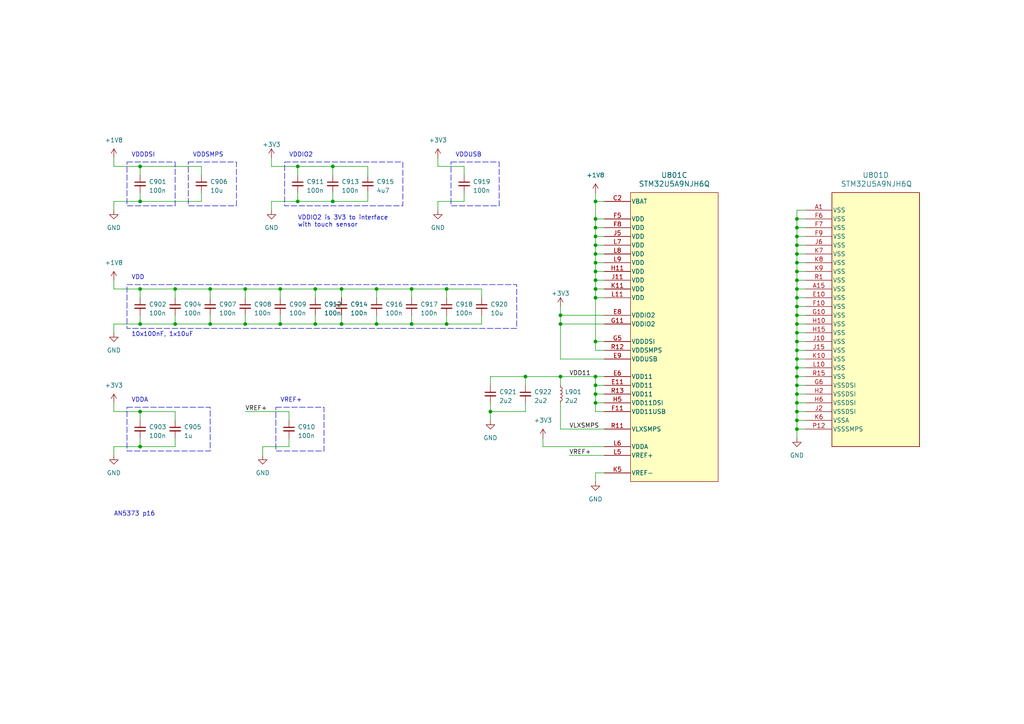
<source format=kicad_sch>
(kicad_sch (version 20230121) (generator eeschema)
  (paper "A4")
  (title_block (title "Watch Main MCU Power") (rev "2"))
  (lib_symbols
    (symbol "Device:C_Small" (pin_numbers hide) (pin_names (offset 0.254) hide)
      (property "Reference" "C" (at 0.254 1.778 0))
      (property "Value" "C_Small" (at 0.254 -2.032 0))
      (symbol "C_Small_0_1"
        (polyline (pts (xy -1.524 -0.508) (xy 1.524 -0.508)) (stroke (width 0.3302)))
        (polyline (pts (xy -1.524 0.508) (xy 1.524 0.508)) (stroke (width 0.3048)))
      )
      (symbol "C_Small_1_1"
        (pin passive line (at 0 2.54 270) (length 2.032) (name "~") (number "1"))
        (pin passive line (at 0 -2.54 90) (length 2.032) (name "~") (number "2"))
      )
    )
    (symbol "Device:L_Small" (pin_numbers hide) (pin_names (offset 0.254) hide)
      (property "Reference" "L" (at 0.762 1.016 0))
      (property "Value" "L_Small" (at 0.762 -1.016 0))
      (symbol "L_Small_0_1"
        (arc (start 0 -2.032) (mid 0.5058 -1.524) (end 0 -1.016))
        (arc (start 0 -1.016) (mid 0.5058 -0.508) (end 0 0))
        (arc (start 0 0) (mid 0.5058 0.508) (end 0 1.016))
        (arc (start 0 1.016) (mid 0.5058 1.524) (end 0 2.032))
      )
      (symbol "L_Small_1_1"
        (pin passive line (at 0 2.54 270) (length 0.508) (name "~") (number "1"))
        (pin passive line (at 0 -2.54 90) (length 0.508) (name "~") (number "2"))
      )
    )
    (symbol "STM32U5A9NJH6Q:STM32U5A9NJH6Q" (pin_names (offset 0.254))
      (property "Reference" "U" (at 0 40.64 0))
      (property "Value" "STM32U5A9NJH6Q" (at 0 38.1 0))
      (symbol "STM32U5A9NJH6Q_1_1"
        (rectangle (start -17.78 35.56) (end 17.78 -81.28) (fill (type background)))
        (pin bidirectional line (at 25.4 -63.5 180) (length 7.62) (name "PC10") (number "A10"))
        (pin bidirectional line (at 25.4 -33.02 180) (length 7.62) (name "PA15") (number "A11"))
        (pin bidirectional line (at 25.4 -30.48 180) (length 7.62) (name "PA14") (number "A12"))
        (pin bidirectional line (at 25.4 -15.24 180) (length 7.62) (name "PA8") (number "A13"))
        (pin bidirectional line (at 25.4 -58.42 180) (length 7.62) (name "PC8") (number "A14"))
        (pin bidirectional line (at -25.4 -12.7 0) (length 7.62) (name "PB7") (number "A3"))
        (pin bidirectional line (at -25.4 -10.16 0) (length 7.62) (name "PB6") (number "A4"))
        (pin bidirectional line (at -25.4 -48.26 0) (length 7.62) (name "PD4") (number "A8"))
        (pin bidirectional line (at -25.4 -45.72 0) (length 7.62) (name "PD3") (number "A9"))
        (pin bidirectional line (at 25.4 17.78 180) (length 7.62) (name "PC14-OSC32_IN") (number "B1"))
        (pin bidirectional line (at 25.4 -66.04 180) (length 7.62) (name "PC11") (number "B10"))
        (pin bidirectional line (at 25.4 -25.4 180) (length 7.62) (name "PA12") (number "B13"))
        (pin bidirectional line (at 25.4 -22.86 180) (length 7.62) (name "PA11") (number "B14"))
        (pin bidirectional line (at 25.4 -55.88 180) (length 7.62) (name "PC7") (number "B15"))
        (pin bidirectional line (at -25.4 -7.62 0) (length 7.62) (name "PB5") (number "B5"))
        (pin bidirectional line (at -25.4 -50.8 0) (length 7.62) (name "PD5") (number "B8"))
        (pin bidirectional line (at -25.4 -43.18 0) (length 7.62) (name "PD2") (number "B9"))
        (pin bidirectional line (at 25.4 15.24 180) (length 7.62) (name "PC15-OSC32_OUT") (number "C1"))
        (pin bidirectional line (at 25.4 -68.58 180) (length 7.62) (name "PC12") (number "C10"))
        (pin bidirectional line (at 25.4 -27.94 180) (length 7.62) (name "PA13") (number "C13"))
        (pin bidirectional line (at 25.4 -60.96 180) (length 7.62) (name "PC9") (number "C14"))
        (pin bidirectional line (at 25.4 -53.34 180) (length 7.62) (name "PC6") (number "C15"))
        (pin bidirectional line (at -25.4 -17.78 0) (length 7.62) (name "PB9") (number "C5"))
        (pin bidirectional line (at -25.4 -15.24 0) (length 7.62) (name "PB8") (number "C6"))
        (pin bidirectional line (at -25.4 -53.34 0) (length 7.62) (name "PD6") (number "C8"))
        (pin bidirectional line (at -25.4 -40.64 0) (length 7.62) (name "PD1") (number "C9"))
        (pin bidirectional line (at 25.4 -20.32 180) (length 7.62) (name "PA10") (number "D12"))
        (pin bidirectional line (at -25.4 -5.08 0) (length 7.62) (name "PB4") (number "D6"))
        (pin bidirectional line (at -25.4 -55.88 0) (length 7.62) (name "PD7") (number "D8"))
        (pin bidirectional line (at -25.4 -38.1 0) (length 7.62) (name "PD0") (number "D9"))
        (pin bidirectional line (at 25.4 -17.78 180) (length 7.62) (name "PA9") (number "E12"))
        (pin bidirectional line (at -25.4 -2.54 0) (length 7.62) (name "PB3") (number "E7"))
        (pin bidirectional line (at 25.4 -71.12 180) (length 7.62) (name "PC13") (number "F4"))
        (pin bidirectional line (at -25.4 17.78 0) (length 7.62) (name "DSI_D0P") (number "G1"))
        (pin bidirectional line (at -25.4 15.24 0) (length 7.62) (name "DSI_D0N") (number "G2"))
        (pin bidirectional line (at -25.4 22.86 0) (length 7.62) (name "DSI_CKP") (number "H1"))
        (pin bidirectional line (at -25.4 20.32 0) (length 7.62) (name "DSI_CKN") (number "J1"))
        (pin bidirectional line (at -25.4 10.16 0) (length 7.62) (name "DSI_D1N") (number "K1"))
        (pin bidirectional line (at -25.4 -76.2 0) (length 7.62) (name "PD15") (number "K12"))
        (pin bidirectional line (at -25.4 12.7 0) (length 7.62) (name "DSI_D1P") (number "K2"))
        (pin bidirectional line (at -25.4 -66.04 0) (length 7.62) (name "PD11") (number "L12"))
        (pin bidirectional line (at 25.4 -40.64 180) (length 7.62) (name "PC1") (number "M1"))
        (pin bidirectional line (at -25.4 -22.86 0) (length 7.62) (name "PB11") (number "M10"))
        (pin bidirectional line (at -25.4 -25.4 0) (length 7.62) (name "PB12") (number "M11"))
        (pin bidirectional line (at -25.4 -27.94 0) (length 7.62) (name "PB13") (number "M12"))
        (pin bidirectional line (at -25.4 -68.58 0) (length 7.62) (name "PD12") (number "M13"))
        (pin bidirectional line (at 25.4 0 180) (length 7.62) (name "PA2") (number "M4"))
        (pin bidirectional line (at 25.4 -5.08 180) (length 7.62) (name "PA4") (number "M5"))
        (pin bidirectional line (at -25.4 2.54 0) (length 7.62) (name "PB1") (number "M6"))
        (pin bidirectional line (at 25.4 30.48 180) (length 7.62) (name "PH0-OSC_IN") (number "N1"))
        (pin bidirectional line (at -25.4 -20.32 0) (length 7.62) (name "PB10") (number "N12"))
        (pin bidirectional line (at -25.4 -58.42 0) (length 7.62) (name "PD8") (number "N13"))
        (pin bidirectional line (at -25.4 -71.12 0) (length 7.62) (name "PD13") (number "N14"))
        (pin bidirectional line (at -25.4 -73.66 0) (length 7.62) (name "PD14") (number "N15"))
        (pin bidirectional line (at 25.4 27.94 180) (length 7.62) (name "PH1-OSC_OUT") (number "N2"))
        (pin bidirectional line (at 25.4 -45.72 180) (length 7.62) (name "PC3") (number "N3"))
        (pin bidirectional line (at 25.4 5.08 180) (length 7.62) (name "PA0") (number "N4"))
        (pin input line (at -25.4 27.94 0) (length 7.62) (name "OPAMP2_VINM") (number "N5"))
        (pin bidirectional line (at -25.4 5.08 0) (length 7.62) (name "PB0") (number "N6"))
        (pin bidirectional line (at 25.4 -43.18 180) (length 7.62) (name "PC2") (number "P1"))
        (pin bidirectional line (at -25.4 -30.48 0) (length 7.62) (name "PB14") (number "P13"))
        (pin bidirectional line (at -25.4 -63.5 0) (length 7.62) (name "PD10") (number "P14"))
        (pin bidirectional line (at -25.4 -60.96 0) (length 7.62) (name "PD9") (number "P15"))
        (pin bidirectional line (at 25.4 -38.1 180) (length 7.62) (name "PC0") (number "P2"))
        (pin bidirectional line (at 25.4 2.54 180) (length 7.62) (name "PA1") (number "P3"))
        (pin bidirectional line (at 25.4 -2.54 180) (length 7.62) (name "PA3") (number "P4"))
        (pin bidirectional line (at 25.4 -10.16 180) (length 7.62) (name "PA6") (number "P5"))
        (pin bidirectional line (at 25.4 -50.8 180) (length 7.62) (name "PC5") (number "P6"))
        (pin bidirectional line (at -25.4 -33.02 0) (length 7.62) (name "PB15") (number "R14"))
        (pin bidirectional line (at 25.4 -76.2 180) (length 7.62) (name "NRST") (number "R2"))
        (pin input line (at -25.4 30.48 0) (length 7.62) (name "OPAMP1_VINM") (number "R3"))
        (pin bidirectional line (at 25.4 -7.62 180) (length 7.62) (name "PA5") (number "R4"))
        (pin bidirectional line (at 25.4 -12.7 180) (length 7.62) (name "PA7") (number "R5"))
        (pin bidirectional line (at 25.4 -48.26 180) (length 7.62) (name "PC4") (number "R6"))
        (pin bidirectional line (at -25.4 0 0) (length 7.62) (name "PB2") (number "R7"))
      )
      (symbol "STM32U5A9NJH6Q_2_1"
        (rectangle (start -17.78 35.56) (end 17.78 -99.06) (fill (type background)))
        (polyline (pts (xy -17.78 -99.06) (xy 17.78 -99.06)) (stroke (width 0.127)))
        (polyline (pts (xy -17.78 35.56) (xy -17.78 -99.06)) (stroke (width 0.127)))
        (polyline (pts (xy 17.78 -99.06) (xy 17.78 35.56)) (stroke (width 0.127)))
        (polyline (pts (xy 17.78 35.56) (xy -17.78 35.56)) (stroke (width 0.127)))
        (pin bidirectional line (at 25.4 30.48 180) (length 7.62) (name "PE0") (number "A2"))
        (pin bidirectional line (at 25.4 -50.8 180) (length 7.62) (name "PG15") (number "A5"))
        (pin bidirectional line (at 25.4 -43.18 180) (length 7.62) (name "PG12") (number "A6"))
        (pin bidirectional line (at 25.4 -35.56 180) (length 7.62) (name "PG9") (number "A7"))
        (pin bidirectional line (at -25.4 -30.48 0) (length 7.62) (name "PH7") (number "B11"))
        (pin bidirectional line (at -25.4 -25.4 0) (length 7.62) (name "PH5") (number "B12"))
        (pin bidirectional line (at 25.4 20.32 180) (length 7.62) (name "PE4") (number "B2"))
        (pin bidirectional line (at 25.4 27.94 180) (length 7.62) (name "PE1") (number "B3"))
        (pin bidirectional line (at -25.4 -20.32 0) (length 7.62) (name "PH3-BOOT0") (number "B4"))
        (pin bidirectional line (at 25.4 -45.72 180) (length 7.62) (name "PG13") (number "B6"))
        (pin bidirectional line (at 25.4 -38.1 180) (length 7.62) (name "PG10") (number "B7"))
        (pin bidirectional line (at -25.4 -27.94 0) (length 7.62) (name "PH6") (number "C11"))
        (pin bidirectional line (at -25.4 -22.86 0) (length 7.62) (name "PH4") (number "C12"))
        (pin bidirectional line (at 25.4 22.86 180) (length 7.62) (name "PE3") (number "C3"))
        (pin bidirectional line (at 25.4 -68.58 180) (length 7.62) (name "PI5") (number "C4"))
        (pin bidirectional line (at 25.4 -40.64 180) (length 7.62) (name "PG11") (number "C7"))
        (pin bidirectional line (at -25.4 -63.5 0) (length 7.62) (name "PJ3") (number "D1"))
        (pin bidirectional line (at -25.4 -33.02 0) (length 7.62) (name "PH8") (number "D10"))
        (pin bidirectional line (at -25.4 -17.78 0) (length 7.62) (name "PH2") (number "D11"))
        (pin bidirectional line (at 25.4 -30.48 180) (length 7.62) (name "PG7") (number "D13"))
        (pin bidirectional line (at 25.4 -27.94 180) (length 7.62) (name "PG6") (number "D14"))
        (pin bidirectional line (at 25.4 -20.32 180) (length 7.62) (name "PG3") (number "D15"))
        (pin bidirectional line (at -25.4 -60.96 0) (length 7.62) (name "PJ2") (number "D2"))
        (pin bidirectional line (at 25.4 17.78 180) (length 7.62) (name "PE5") (number "D3"))
        (pin bidirectional line (at 25.4 -73.66 180) (length 7.62) (name "PI7") (number "D4"))
        (pin bidirectional line (at 25.4 -71.12 180) (length 7.62) (name "PI6") (number "D5"))
        (pin bidirectional line (at 25.4 -48.26 180) (length 7.62) (name "PG14") (number "D7"))
        (pin bidirectional line (at -25.4 -73.66 0) (length 7.62) (name "PJ7") (number "E1"))
        (pin bidirectional line (at 25.4 -33.02 180) (length 7.62) (name "PG8") (number "E13"))
        (pin bidirectional line (at 25.4 -25.4 180) (length 7.62) (name "PG5") (number "E14"))
        (pin bidirectional line (at -25.4 -55.88 0) (length 7.62) (name "PJ0") (number "E15"))
        (pin bidirectional line (at -25.4 -71.12 0) (length 7.62) (name "PJ6") (number "E2"))
        (pin bidirectional line (at -25.4 -66.04 0) (length 7.62) (name "PJ4") (number "E3"))
        (pin bidirectional line (at 25.4 15.24 180) (length 7.62) (name "PE6") (number "E4"))
        (pin bidirectional line (at 25.4 25.4 180) (length 7.62) (name "PE2") (number "E5"))
        (pin bidirectional line (at -25.4 -81.28 0) (length 7.62) (name "PJ10") (number "F1"))
        (pin bidirectional line (at 25.4 -22.86 180) (length 7.62) (name "PG4") (number "F12"))
        (pin bidirectional line (at 25.4 -93.98 180) (length 7.62) (name "PI15") (number "F13"))
        (pin bidirectional line (at 25.4 -91.44 180) (length 7.62) (name "PI14") (number "F14"))
        (pin bidirectional line (at 25.4 -88.9 180) (length 7.62) (name "PI13") (number "F15"))
        (pin bidirectional line (at -25.4 -76.2 0) (length 7.62) (name "PJ8") (number "F2"))
        (pin bidirectional line (at -25.4 -68.58 0) (length 7.62) (name "PJ5") (number "F3"))
        (pin bidirectional line (at 25.4 -17.78 180) (length 7.62) (name "PG2") (number "G12"))
        (pin bidirectional line (at 25.4 -86.36 180) (length 7.62) (name "PI12") (number "G13"))
        (pin bidirectional line (at 25.4 -83.82 180) (length 7.62) (name "PI11") (number "G14"))
        (pin bidirectional line (at 25.4 -81.28 180) (length 7.62) (name "PI10") (number "G15"))
        (pin bidirectional line (at -25.4 -83.82 0) (length 7.62) (name "PJ11") (number "G3"))
        (pin bidirectional line (at -25.4 -58.42 0) (length 7.62) (name "PJ1") (number "G4"))
        (pin bidirectional line (at 25.4 -78.74 180) (length 7.62) (name "PI9") (number "H12"))
        (pin bidirectional line (at 25.4 -76.2 180) (length 7.62) (name "PI8") (number "H13"))
        (pin bidirectional line (at 25.4 -66.04 180) (length 7.62) (name "PI4") (number "H14"))
        (pin bidirectional line (at -25.4 30.48 0) (length 7.62) (name "PF0") (number "H3"))
        (pin bidirectional line (at -25.4 -78.74 0) (length 7.62) (name "PJ9") (number "H4"))
        (pin bidirectional line (at 25.4 -58.42 180) (length 7.62) (name "PI1") (number "J12"))
        (pin bidirectional line (at 25.4 -60.96 180) (length 7.62) (name "PI2") (number "J13"))
        (pin bidirectional line (at 25.4 -63.5 180) (length 7.62) (name "PI3") (number "J14"))
        (pin bidirectional line (at -25.4 25.4 0) (length 7.62) (name "PF2") (number "J3"))
        (pin bidirectional line (at -25.4 27.94 0) (length 7.62) (name "PF1") (number "J4"))
        (pin bidirectional line (at -25.4 -48.26 0) (length 7.62) (name "PH14") (number "K13"))
        (pin bidirectional line (at -25.4 -50.8 0) (length 7.62) (name "PH15") (number "K14"))
        (pin bidirectional line (at 25.4 -55.88 180) (length 7.62) (name "PI0") (number "K15"))
        (pin bidirectional line (at -25.4 20.32 0) (length 7.62) (name "PF4") (number "K3"))
        (pin bidirectional line (at -25.4 22.86 0) (length 7.62) (name "PF3") (number "K4"))
        (pin bidirectional line (at -25.4 5.08 0) (length 7.62) (name "PF10") (number "L1"))
        (pin bidirectional line (at -25.4 -38.1 0) (length 7.62) (name "PH10") (number "L13"))
        (pin bidirectional line (at -25.4 -40.64 0) (length 7.62) (name "PH11") (number "L14"))
        (pin bidirectional line (at -25.4 -45.72 0) (length 7.62) (name "PH13") (number "L15"))
        (pin bidirectional line (at -25.4 17.78 0) (length 7.62) (name "PF5") (number "L2"))
        (pin bidirectional line (at -25.4 12.7 0) (length 7.62) (name "PF7") (number "L3"))
        (pin bidirectional line (at -25.4 7.62 0) (length 7.62) (name "PF9") (number "L4"))
        (pin bidirectional line (at -25.4 -35.56 0) (length 7.62) (name "PH9") (number "M14"))
        (pin bidirectional line (at -25.4 -43.18 0) (length 7.62) (name "PH12") (number "M15"))
        (pin bidirectional line (at -25.4 15.24 0) (length 7.62) (name "PF6") (number "M2"))
        (pin bidirectional line (at -25.4 10.16 0) (length 7.62) (name "PF8") (number "M3"))
        (pin bidirectional line (at -25.4 -2.54 0) (length 7.62) (name "PF13") (number "M7"))
        (pin bidirectional line (at 25.4 10.16 180) (length 7.62) (name "PE8") (number "M8"))
        (pin bidirectional line (at 25.4 -2.54 180) (length 7.62) (name "PE13") (number "M9"))
        (pin bidirectional line (at 25.4 -7.62 180) (length 7.62) (name "PE15") (number "N10"))
        (pin bidirectional line (at 25.4 0 180) (length 7.62) (name "PE12") (number "N11"))
        (pin bidirectional line (at -25.4 0 0) (length 7.62) (name "PF12") (number "N7"))
        (pin bidirectional line (at 25.4 -15.24 180) (length 7.62) (name "PG1") (number "N8"))
        (pin bidirectional line (at 25.4 12.7 180) (length 7.62) (name "PE7") (number "N9"))
        (pin bidirectional line (at 25.4 5.08 180) (length 7.62) (name "PE10") (number "P10"))
        (pin bidirectional line (at 25.4 2.54 180) (length 7.62) (name "PE11") (number "P11"))
        (pin bidirectional line (at -25.4 2.54 0) (length 7.62) (name "PF11") (number "P7"))
        (pin bidirectional line (at -25.4 -7.62 0) (length 7.62) (name "PF15") (number "P8"))
        (pin bidirectional line (at 25.4 7.62 180) (length 7.62) (name "PE9") (number "P9"))
        (pin bidirectional line (at 25.4 -5.08 180) (length 7.62) (name "PE14") (number "R10"))
        (pin bidirectional line (at -25.4 -5.08 0) (length 7.62) (name "PF14") (number "R8"))
        (pin bidirectional line (at 25.4 -12.7 180) (length 7.62) (name "PG0") (number "R9"))
      )
      (symbol "STM32U5A9NJH6Q_3_1"
        (rectangle (start -12.7 35.56) (end 12.7 -48.26) (fill (type background)))
        (pin power_in line (at -20.32 33.02 0) (length 7.62) (name "VBAT") (number "C2"))
        (pin power_in line (at -20.32 -20.32 0) (length 7.62) (name "VDD11") (number "E11"))
        (pin power_in line (at -20.32 -17.78 0) (length 7.62) (name "VDD11") (number "E6"))
        (pin power_in line (at -20.32 0 0) (length 7.62) (name "VDDIO2") (number "E8"))
        (pin power_in line (at -20.32 -12.7 0) (length 7.62) (name "VDDUSB") (number "E9"))
        (pin power_in line (at -20.32 -27.94 0) (length 7.62) (name "VDD11USB") (number "F11"))
        (pin power_in line (at -20.32 27.94 0) (length 7.62) (name "VDD") (number "F5"))
        (pin power_in line (at -20.32 25.4 0) (length 7.62) (name "VDD") (number "F8"))
        (pin power_in line (at -20.32 -2.54 0) (length 7.62) (name "VDDIO2") (number "G11"))
        (pin power_in line (at -20.32 -7.62 0) (length 7.62) (name "VDDDSI") (number "G5"))
        (pin power_in line (at -20.32 12.7 0) (length 7.62) (name "VDD") (number "H11"))
        (pin power_in line (at -20.32 -25.4 0) (length 7.62) (name "VDD11DSI") (number "H5"))
        (pin power_in line (at -20.32 10.16 0) (length 7.62) (name "VDD") (number "J11"))
        (pin power_in line (at -20.32 22.86 0) (length 7.62) (name "VDD") (number "J5"))
        (pin power_in line (at -20.32 7.62 0) (length 7.62) (name "VDD") (number "K11"))
        (pin power_in line (at -20.32 -45.72 0) (length 7.62) (name "VREF-") (number "K5"))
        (pin power_in line (at -20.32 5.08 0) (length 7.62) (name "VDD") (number "L11"))
        (pin power_in line (at -20.32 -40.64 0) (length 7.62) (name "VREF+") (number "L5"))
        (pin power_in line (at -20.32 -38.1 0) (length 7.62) (name "VDDA") (number "L6"))
        (pin power_in line (at -20.32 20.32 0) (length 7.62) (name "VDD") (number "L7"))
        (pin power_in line (at -20.32 17.78 0) (length 7.62) (name "VDD") (number "L8"))
        (pin power_in line (at -20.32 15.24 0) (length 7.62) (name "VDD") (number "L9"))
        (pin power_in line (at -20.32 -33.02 0) (length 7.62) (name "VLXSMPS") (number "R11"))
        (pin power_in line (at -20.32 -10.16 0) (length 7.62) (name "VDDSMPS") (number "R12"))
        (pin power_in line (at -20.32 -22.86 0) (length 7.62) (name "VDD11") (number "R13"))
      )
      (symbol "STM32U5A9NJH6Q_4_1"
        (rectangle (start -12.7 35.56) (end 12.7 -38.1) (fill (type background)))
        (polyline (pts (xy -12.7 -38.1) (xy 12.7 -38.1)) (stroke (width 0.127)))
        (polyline (pts (xy -12.7 35.56) (xy -12.7 -38.1)) (stroke (width 0.127)))
        (polyline (pts (xy 12.7 -38.1) (xy 12.7 35.56)) (stroke (width 0.127)))
        (polyline (pts (xy 12.7 35.56) (xy -12.7 35.56)) (stroke (width 0.127)))
        (pin power_in line (at -20.32 30.48 0) (length 7.62) (name "VSS") (number "A1"))
        (pin power_in line (at -20.32 7.62 0) (length 7.62) (name "VSS") (number "A15"))
        (pin power_in line (at -20.32 5.08 0) (length 7.62) (name "VSS") (number "E10"))
        (pin power_in line (at -20.32 2.54 0) (length 7.62) (name "VSS") (number "F10"))
        (pin power_in line (at -20.32 27.94 0) (length 7.62) (name "VSS") (number "F6"))
        (pin power_in line (at -20.32 25.4 0) (length 7.62) (name "VSS") (number "F7"))
        (pin power_in line (at -20.32 22.86 0) (length 7.62) (name "VSS") (number "F9"))
        (pin power_in line (at -20.32 0 0) (length 7.62) (name "VSS") (number "G10"))
        (pin power_in line (at -20.32 -20.32 0) (length 7.62) (name "VSSDSI") (number "G6"))
        (pin power_in line (at -20.32 -2.54 0) (length 7.62) (name "VSS") (number "H10"))
        (pin power_in line (at -20.32 -5.08 0) (length 7.62) (name "VSS") (number "H15"))
        (pin power_in line (at -20.32 -22.86 0) (length 7.62) (name "VSSDSI") (number "H2"))
        (pin power_in line (at -20.32 -25.4 0) (length 7.62) (name "VSSDSI") (number "H6"))
        (pin power_in line (at -20.32 -7.62 0) (length 7.62) (name "VSS") (number "J10"))
        (pin power_in line (at -20.32 -10.16 0) (length 7.62) (name "VSS") (number "J15"))
        (pin power_in line (at -20.32 -27.94 0) (length 7.62) (name "VSSDSI") (number "J2"))
        (pin power_in line (at -20.32 20.32 0) (length 7.62) (name "VSS") (number "J6"))
        (pin power_in line (at -20.32 -12.7 0) (length 7.62) (name "VSS") (number "K10"))
        (pin power_in line (at -20.32 -30.48 0) (length 7.62) (name "VSSA") (number "K6"))
        (pin power_in line (at -20.32 17.78 0) (length 7.62) (name "VSS") (number "K7"))
        (pin power_in line (at -20.32 15.24 0) (length 7.62) (name "VSS") (number "K8"))
        (pin power_in line (at -20.32 12.7 0) (length 7.62) (name "VSS") (number "K9"))
        (pin power_in line (at -20.32 -15.24 0) (length 7.62) (name "VSS") (number "L10"))
        (pin power_in line (at -20.32 -33.02 0) (length 7.62) (name "VSSSMPS") (number "P12"))
        (pin power_in line (at -20.32 10.16 0) (length 7.62) (name "VSS") (number "R1"))
        (pin power_in line (at -20.32 -17.78 0) (length 7.62) (name "VSS") (number "R15"))
      )
    )
    (symbol "power:+1V8" (power) (pin_names (offset 0))
      (property "Value" "+1V8" (at 0 3.556 0))
      (symbol "+1V8_0_1"
        (polyline (pts (xy -0.762 1.27) (xy 0 2.54)))
        (polyline (pts (xy 0 0) (xy 0 2.54)))
        (polyline (pts (xy 0 2.54) (xy 0.762 1.27)))
      )
      (symbol "+1V8_1_1"
        (pin power_in line (at 0 0 90) (length 0) hide (name "+1V8") (number "1"))
      )
    )
    (symbol "power:+3V3" (power) (pin_names (offset 0))
      (property "Value" "+3V3" (at 0 3.556 0))
      (symbol "+3V3_0_1"
        (polyline (pts (xy -0.762 1.27) (xy 0 2.54)))
        (polyline (pts (xy 0 0) (xy 0 2.54)))
        (polyline (pts (xy 0 2.54) (xy 0.762 1.27)))
      )
      (symbol "+3V3_1_1"
        (pin power_in line (at 0 0 90) (length 0) hide (name "+3V3") (number "1"))
      )
    )
    (symbol "power:GND" (power) (pin_names (offset 0))
      (property "Value" "GND" (at 0 -3.81 0))
      (symbol "GND_0_1"
        (polyline (pts (xy 0 0) (xy 0 -1.27) (xy 1.27 -1.27) (xy 0 -2.54) (xy -1.27 -1.27) (xy 0 -1.27)))
      )
      (symbol "GND_1_1"
        (pin power_in line (at 0 0 270) (length 0) hide (name "GND") (number "1"))
      )
    )
  )
  (junction (at 231.14 99.06))
  (junction (at 172.72 116.84))
  (junction (at 172.72 81.28))
  (junction (at 162.56 93.98))
  (junction (at 231.14 106.68))
  (junction (at 231.14 83.82))
  (junction (at 50.8 93.98))
  (junction (at 231.14 78.74))
  (junction (at 91.44 93.98))
  (junction (at 172.72 58.42))
  (junction (at 231.14 68.58))
  (junction (at 81.28 83.82))
  (junction (at 109.22 93.98))
  (junction (at 172.72 111.76))
  (junction (at 172.72 99.06))
  (junction (at 231.14 104.14))
  (junction (at 231.14 81.28))
  (junction (at 162.56 109.22))
  (junction (at 60.96 83.82))
  (junction (at 86.36 58.42))
  (junction (at 60.96 93.98))
  (junction (at 231.14 93.98))
  (junction (at 172.72 86.36))
  (junction (at 91.44 83.82))
  (junction (at 40.64 119.38))
  (junction (at 231.14 88.9))
  (junction (at 231.14 121.92))
  (junction (at 172.72 114.3))
  (junction (at 40.64 129.54))
  (junction (at 231.14 96.52))
  (junction (at 231.14 116.84))
  (junction (at 231.14 101.6))
  (junction (at 172.72 68.58))
  (junction (at 172.72 73.66))
  (junction (at 152.4 109.22))
  (junction (at 96.52 58.42))
  (junction (at 162.56 91.44))
  (junction (at 172.72 109.22))
  (junction (at 142.24 119.38))
  (junction (at 119.38 83.82))
  (junction (at 81.28 93.98))
  (junction (at 231.14 114.3))
  (junction (at 231.14 86.36))
  (junction (at 231.14 91.44))
  (junction (at 71.12 93.98))
  (junction (at 129.54 93.98))
  (junction (at 231.14 111.76))
  (junction (at 172.72 71.12))
  (junction (at 119.38 93.98))
  (junction (at 40.64 58.42))
  (junction (at 172.72 63.5))
  (junction (at 109.22 83.82))
  (junction (at 172.72 78.74))
  (junction (at 231.14 119.38))
  (junction (at 71.12 83.82))
  (junction (at 129.54 83.82))
  (junction (at 96.52 48.26))
  (junction (at 99.06 83.82))
  (junction (at 231.14 66.04))
  (junction (at 231.14 76.2))
  (junction (at 50.8 83.82))
  (junction (at 231.14 71.12))
  (junction (at 99.06 93.98))
  (junction (at 172.72 83.82))
  (junction (at 231.14 63.5))
  (junction (at 172.72 76.2))
  (junction (at 40.64 83.82))
  (junction (at 40.64 93.98))
  (junction (at 231.14 73.66))
  (junction (at 172.72 66.04))
  (junction (at 40.64 48.26))
  (junction (at 231.14 124.46))
  (junction (at 86.36 48.26))
  (junction (at 231.14 109.22))
  (wire (pts (xy 157.48 129.54) (xy 175.26 129.54)))
  (wire (pts (xy 172.72 76.2) (xy 175.26 76.2)))
  (wire (pts (xy 162.56 91.44) (xy 175.26 91.44)))
  (wire (pts (xy 40.64 83.82) (xy 50.8 83.82)))
  (wire (pts (xy 50.8 83.82) (xy 60.96 83.82)))
  (wire (pts (xy 58.42 58.42) (xy 40.64 58.42)))
  (wire (pts (xy 231.14 114.3) (xy 233.68 114.3)))
  (wire (pts (xy 139.7 93.98) (xy 139.7 91.44)))
  (wire (pts (xy 172.72 114.3) (xy 175.26 114.3)))
  (wire (pts (xy 78.74 60.96) (xy 78.74 58.42)))
  (wire (pts (xy 165.1 132.08) (xy 175.26 132.08)))
  (wire (pts (xy 162.56 93.98) (xy 162.56 91.44)))
  (wire (pts (xy 71.12 83.82) (xy 71.12 86.36)))
  (wire (pts (xy 142.24 116.84) (xy 142.24 119.38)))
  (wire (pts (xy 33.02 58.42) (xy 40.64 58.42)))
  (wire (pts (xy 172.72 137.16) (xy 175.26 137.16)))
  (wire (pts (xy 231.14 71.12) (xy 231.14 68.58)))
  (wire (pts (xy 86.36 55.88) (xy 86.36 58.42)))
  (wire (pts (xy 81.28 93.98) (xy 91.44 93.98)))
  (wire (pts (xy 33.02 96.52) (xy 33.02 93.98)))
  (wire (pts (xy 231.14 96.52) (xy 231.14 93.98)))
  (wire (pts (xy 231.14 124.46) (xy 233.68 124.46)))
  (wire (pts (xy 33.02 83.82) (xy 40.64 83.82)))
  (wire (pts (xy 129.54 83.82) (xy 129.54 86.36)))
  (wire (pts (xy 33.02 45.72) (xy 33.02 48.26)))
  (wire (pts (xy 78.74 45.72) (xy 78.74 48.26)))
  (wire (pts (xy 50.8 127) (xy 50.8 129.54)))
  (wire (pts (xy 162.56 116.84) (xy 162.56 124.46)))
  (wire (pts (xy 40.64 129.54) (xy 40.64 127)))
  (wire (pts (xy 172.72 73.66) (xy 175.26 73.66)))
  (wire (pts (xy 50.8 93.98) (xy 60.96 93.98)))
  (wire (pts (xy 231.14 73.66) (xy 231.14 71.12)))
  (wire (pts (xy 231.14 101.6) (xy 233.68 101.6)))
  (wire (pts (xy 109.22 93.98) (xy 119.38 93.98)))
  (wire (pts (xy 152.4 116.84) (xy 152.4 119.38)))
  (wire (pts (xy 33.02 83.82) (xy 33.02 81.28)))
  (wire (pts (xy 78.74 58.42) (xy 86.36 58.42)))
  (wire (pts (xy 83.82 127) (xy 83.82 129.54)))
  (wire (pts (xy 50.8 119.38) (xy 50.8 121.92)))
  (wire (pts (xy 50.8 83.82) (xy 50.8 86.36)))
  (wire (pts (xy 33.02 93.98) (xy 40.64 93.98)))
  (wire (pts (xy 231.14 116.84) (xy 231.14 114.3)))
  (wire (pts (xy 231.14 111.76) (xy 233.68 111.76)))
  (wire (pts (xy 60.96 83.82) (xy 60.96 86.36)))
  (wire (pts (xy 172.72 99.06) (xy 175.26 99.06)))
  (wire (pts (xy 162.56 111.76) (xy 162.56 109.22)))
  (wire (pts (xy 231.14 91.44) (xy 231.14 88.9)))
  (wire (pts (xy 40.64 58.42) (xy 40.64 55.88)))
  (wire (pts (xy 231.14 63.5) (xy 233.68 63.5)))
  (wire (pts (xy 231.14 104.14) (xy 231.14 101.6)))
  (wire (pts (xy 172.72 114.3) (xy 172.72 116.84)))
  (wire (pts (xy 231.14 66.04) (xy 233.68 66.04)))
  (wire (pts (xy 134.62 50.8) (xy 134.62 48.26)))
  (wire (pts (xy 142.24 119.38) (xy 142.24 121.92)))
  (wire (pts (xy 231.14 99.06) (xy 233.68 99.06)))
  (wire (pts (xy 162.56 124.46) (xy 175.26 124.46)))
  (wire (pts (xy 172.72 68.58) (xy 172.72 71.12)))
  (wire (pts (xy 231.14 119.38) (xy 233.68 119.38)))
  (wire (pts (xy 231.14 88.9) (xy 233.68 88.9)))
  (wire (pts (xy 106.68 50.8) (xy 106.68 48.26)))
  (wire (pts (xy 231.14 76.2) (xy 231.14 73.66)))
  (wire (pts (xy 127 45.72) (xy 127 48.26)))
  (wire (pts (xy 231.14 78.74) (xy 231.14 76.2)))
  (wire (pts (xy 60.96 93.98) (xy 60.96 91.44)))
  (wire (pts (xy 172.72 71.12) (xy 175.26 71.12)))
  (wire (pts (xy 40.64 119.38) (xy 40.64 121.92)))
  (wire (pts (xy 231.14 104.14) (xy 233.68 104.14)))
  (wire (pts (xy 127 58.42) (xy 134.62 58.42)))
  (wire (pts (xy 81.28 93.98) (xy 81.28 91.44)))
  (wire (pts (xy 172.72 111.76) (xy 172.72 114.3)))
  (wire (pts (xy 172.72 116.84) (xy 172.72 119.38)))
  (wire (pts (xy 172.72 76.2) (xy 172.72 78.74)))
  (wire (pts (xy 172.72 116.84) (xy 175.26 116.84)))
  (wire (pts (xy 231.14 106.68) (xy 233.68 106.68)))
  (wire (pts (xy 99.06 93.98) (xy 99.06 91.44)))
  (wire (pts (xy 172.72 101.6) (xy 175.26 101.6)))
  (wire (pts (xy 99.06 83.82) (xy 109.22 83.82)))
  (wire (pts (xy 172.72 73.66) (xy 172.72 76.2)))
  (wire (pts (xy 231.14 81.28) (xy 231.14 78.74)))
  (wire (pts (xy 231.14 81.28) (xy 233.68 81.28)))
  (wire (pts (xy 231.14 86.36) (xy 233.68 86.36)))
  (wire (pts (xy 172.72 83.82) (xy 175.26 83.82)))
  (wire (pts (xy 172.72 63.5) (xy 175.26 63.5)))
  (wire (pts (xy 119.38 93.98) (xy 119.38 91.44)))
  (wire (pts (xy 172.72 58.42) (xy 172.72 63.5)))
  (wire (pts (xy 127 60.96) (xy 127 58.42)))
  (wire (pts (xy 157.48 127) (xy 157.48 129.54)))
  (wire (pts (xy 33.02 48.26) (xy 40.64 48.26)))
  (wire (pts (xy 152.4 109.22) (xy 162.56 109.22)))
  (wire (pts (xy 162.56 104.14) (xy 175.26 104.14)))
  (wire (pts (xy 106.68 58.42) (xy 96.52 58.42)))
  (wire (pts (xy 33.02 132.08) (xy 33.02 129.54)))
  (wire (pts (xy 231.14 99.06) (xy 231.14 96.52)))
  (wire (pts (xy 172.72 86.36) (xy 175.26 86.36)))
  (wire (pts (xy 40.64 119.38) (xy 50.8 119.38)))
  (wire (pts (xy 162.56 93.98) (xy 175.26 93.98)))
  (wire (pts (xy 231.14 111.76) (xy 231.14 109.22)))
  (wire (pts (xy 86.36 48.26) (xy 86.36 50.8)))
  (wire (pts (xy 175.26 109.22) (xy 172.72 109.22)))
  (wire (pts (xy 33.02 119.38) (xy 40.64 119.38)))
  (wire (pts (xy 231.14 101.6) (xy 231.14 99.06)))
  (wire (pts (xy 96.52 55.88) (xy 96.52 58.42)))
  (wire (pts (xy 172.72 55.88) (xy 172.72 58.42)))
  (wire (pts (xy 231.14 66.04) (xy 231.14 63.5)))
  (wire (pts (xy 40.64 93.98) (xy 40.64 91.44)))
  (wire (pts (xy 231.14 119.38) (xy 231.14 116.84)))
  (wire (pts (xy 231.14 109.22) (xy 231.14 106.68)))
  (wire (pts (xy 172.72 58.42) (xy 175.26 58.42)))
  (wire (pts (xy 83.82 121.92) (xy 83.82 119.38)))
  (wire (pts (xy 162.56 91.44) (xy 162.56 88.9)))
  (wire (pts (xy 231.14 114.3) (xy 231.14 111.76)))
  (wire (pts (xy 231.14 68.58) (xy 231.14 66.04)))
  (wire (pts (xy 129.54 93.98) (xy 139.7 93.98)))
  (wire (pts (xy 76.2 129.54) (xy 83.82 129.54)))
  (wire (pts (xy 81.28 83.82) (xy 81.28 86.36)))
  (wire (pts (xy 231.14 93.98) (xy 233.68 93.98)))
  (wire (pts (xy 172.72 109.22) (xy 172.72 111.76)))
  (wire (pts (xy 172.72 83.82) (xy 172.72 86.36)))
  (wire (pts (xy 231.14 73.66) (xy 233.68 73.66)))
  (wire (pts (xy 231.14 68.58) (xy 233.68 68.58)))
  (wire (pts (xy 60.96 83.82) (xy 71.12 83.82)))
  (wire (pts (xy 71.12 119.38) (xy 83.82 119.38)))
  (wire (pts (xy 81.28 83.82) (xy 91.44 83.82)))
  (wire (pts (xy 172.72 63.5) (xy 172.72 66.04)))
  (wire (pts (xy 129.54 83.82) (xy 139.7 83.82)))
  (wire (pts (xy 231.14 83.82) (xy 231.14 81.28)))
  (wire (pts (xy 60.96 93.98) (xy 71.12 93.98)))
  (wire (pts (xy 40.64 48.26) (xy 58.42 48.26)))
  (wire (pts (xy 231.14 83.82) (xy 233.68 83.82)))
  (wire (pts (xy 33.02 116.84) (xy 33.02 119.38)))
  (wire (pts (xy 96.52 48.26) (xy 106.68 48.26)))
  (wire (pts (xy 172.72 68.58) (xy 175.26 68.58)))
  (wire (pts (xy 129.54 93.98) (xy 129.54 91.44)))
  (wire (pts (xy 91.44 93.98) (xy 99.06 93.98)))
  (wire (pts (xy 96.52 48.26) (xy 96.52 50.8)))
  (wire (pts (xy 231.14 127) (xy 231.14 124.46)))
  (wire (pts (xy 231.14 93.98) (xy 231.14 91.44)))
  (wire (pts (xy 231.14 88.9) (xy 231.14 86.36)))
  (wire (pts (xy 86.36 48.26) (xy 96.52 48.26)))
  (wire (pts (xy 33.02 60.96) (xy 33.02 58.42)))
  (wire (pts (xy 119.38 83.82) (xy 129.54 83.82)))
  (wire (pts (xy 106.68 55.88) (xy 106.68 58.42)))
  (wire (pts (xy 172.72 119.38) (xy 175.26 119.38)))
  (wire (pts (xy 231.14 71.12) (xy 233.68 71.12)))
  (wire (pts (xy 119.38 93.98) (xy 129.54 93.98)))
  (wire (pts (xy 127 48.26) (xy 134.62 48.26)))
  (wire (pts (xy 99.06 93.98) (xy 109.22 93.98)))
  (wire (pts (xy 58.42 50.8) (xy 58.42 48.26)))
  (wire (pts (xy 91.44 83.82) (xy 99.06 83.82)))
  (wire (pts (xy 231.14 60.96) (xy 231.14 63.5)))
  (wire (pts (xy 33.02 129.54) (xy 40.64 129.54)))
  (wire (pts (xy 172.72 66.04) (xy 172.72 68.58)))
  (wire (pts (xy 71.12 93.98) (xy 71.12 91.44)))
  (wire (pts (xy 231.14 121.92) (xy 231.14 119.38)))
  (wire (pts (xy 71.12 93.98) (xy 81.28 93.98)))
  (wire (pts (xy 58.42 55.88) (xy 58.42 58.42)))
  (wire (pts (xy 172.72 78.74) (xy 172.72 81.28)))
  (wire (pts (xy 109.22 93.98) (xy 109.22 91.44)))
  (wire (pts (xy 99.06 83.82) (xy 99.06 86.36)))
  (wire (pts (xy 231.14 96.52) (xy 233.68 96.52)))
  (wire (pts (xy 142.24 109.22) (xy 152.4 109.22)))
  (wire (pts (xy 172.72 71.12) (xy 172.72 73.66)))
  (wire (pts (xy 50.8 93.98) (xy 50.8 91.44)))
  (wire (pts (xy 40.64 48.26) (xy 40.64 50.8)))
  (wire (pts (xy 78.74 48.26) (xy 86.36 48.26)))
  (wire (pts (xy 40.64 93.98) (xy 50.8 93.98)))
  (wire (pts (xy 172.72 81.28) (xy 175.26 81.28)))
  (wire (pts (xy 40.64 83.82) (xy 40.64 86.36)))
  (wire (pts (xy 40.64 129.54) (xy 50.8 129.54)))
  (wire (pts (xy 134.62 55.88) (xy 134.62 58.42)))
  (wire (pts (xy 142.24 111.76) (xy 142.24 109.22)))
  (wire (pts (xy 231.14 109.22) (xy 233.68 109.22)))
  (wire (pts (xy 231.14 60.96) (xy 233.68 60.96)))
  (wire (pts (xy 109.22 83.82) (xy 119.38 83.82)))
  (wire (pts (xy 172.72 86.36) (xy 172.72 99.06)))
  (wire (pts (xy 231.14 86.36) (xy 231.14 83.82)))
  (wire (pts (xy 91.44 93.98) (xy 91.44 91.44)))
  (wire (pts (xy 231.14 91.44) (xy 233.68 91.44)))
  (wire (pts (xy 152.4 109.22) (xy 152.4 111.76)))
  (wire (pts (xy 231.14 124.46) (xy 231.14 121.92)))
  (wire (pts (xy 172.72 139.7) (xy 172.72 137.16)))
  (wire (pts (xy 172.72 66.04) (xy 175.26 66.04)))
  (wire (pts (xy 172.72 78.74) (xy 175.26 78.74)))
  (wire (pts (xy 231.14 106.68) (xy 231.14 104.14)))
  (wire (pts (xy 231.14 121.92) (xy 233.68 121.92)))
  (wire (pts (xy 172.72 99.06) (xy 172.72 101.6)))
  (wire (pts (xy 162.56 109.22) (xy 172.72 109.22)))
  (wire (pts (xy 231.14 78.74) (xy 233.68 78.74)))
  (wire (pts (xy 109.22 83.82) (xy 109.22 86.36)))
  (wire (pts (xy 152.4 119.38) (xy 142.24 119.38)))
  (wire (pts (xy 162.56 104.14) (xy 162.56 93.98)))
  (wire (pts (xy 71.12 83.82) (xy 81.28 83.82)))
  (wire (pts (xy 91.44 83.82) (xy 91.44 86.36)))
  (wire (pts (xy 119.38 83.82) (xy 119.38 86.36)))
  (wire (pts (xy 172.72 81.28) (xy 172.72 83.82)))
  (wire (pts (xy 76.2 132.08) (xy 76.2 129.54)))
  (wire (pts (xy 231.14 76.2) (xy 233.68 76.2)))
  (wire (pts (xy 231.14 116.84) (xy 233.68 116.84)))
  (wire (pts (xy 172.72 111.76) (xy 175.26 111.76)))
  (wire (pts (xy 96.52 58.42) (xy 86.36 58.42)))
  (wire (pts (xy 139.7 83.82) (xy 139.7 86.36)))
  (rectangle (start 54.61 46.99) (end 68.58 59.69) (stroke (width 0) (type dash)))
  (rectangle (start 82.55 46.99) (end 116.84 59.69) (stroke (width 0) (type dash)))
  (rectangle (start 130.81 46.99) (end 144.78 59.69) (stroke (width 0) (type dash)))
  (rectangle (start 80.01 118.11) (end 93.98 130.81) (stroke (width 0) (type dash)))
  (rectangle (start 36.83 118.11) (end 60.96 130.81) (stroke (width 0) (type dash)))
  (rectangle (start 36.83 46.99) (end 50.8 59.69) (stroke (width 0) (type dash)))
  (rectangle (start 36.83 82.55) (end 149.86 95.25) (stroke (width 0) (type dash)))
  (text "VDDIO2 is 3V3 to interface\nwith touch sensor" (at 86.36 66.04 0) (effects (font (size 1.27 1.27)) (justify left bottom)))
  (text "VDDUSB" (at 132.08 45.72 0) (effects (font (size 1.27 1.27)) (justify left bottom)))
  (text "VDDIO2" (at 83.82 45.72 0) (effects (font (size 1.27 1.27)) (justify left bottom)))
  (text "VREF+" (at 81.28 116.84 0) (effects (font (size 1.27 1.27)) (justify left bottom)))
  (text "VDD" (at 38.1 81.28 0) (effects (font (size 1.27 1.27)) (justify left bottom)))
  (text "VDDSMPS" (at 55.88 45.72 0) (effects (font (size 1.27 1.27)) (justify left bottom)))
  (text "VDDA" (at 38.1 116.84 0) (effects (font (size 1.27 1.27)) (justify left bottom)))
  (text "AN5373 p16" (at 33.02 149.86 0) (effects (font (size 1.27 1.27)) (justify left bottom)))
  (text "10x100nF, 1x10uF" (at 38.1 97.79 0) (effects (font (size 1.27 1.27)) (justify left bottom)))
  (text "VDDDSI" (at 38.1 45.72 0) (effects (font (size 1.27 1.27)) (justify left bottom)))
  (label "VREF+" (at 71.12 119.38 0))
  (label "VDD11" (at 165.1 109.22 0))
  (label "VREF+" (at 165.1 132.08 0))
  (label "VLXSMPS" (at 165.1 124.46 0))
  (symbol (lib_id "power:GND") (at 172.72 139.7 0) (unit 1)
    (property "Reference" "#PWR0704" (effects hide))
    (property "Value" "GND" (at 172.72 144.78 0))
    (instances (project "watch_main" (path "" (reference "#PWR0704") (unit 1)) (path "" (reference "#PWR0916") (unit 1))))
  )
  (symbol (lib_id "power:GND") (at 142.24 121.92 0) (unit 1)
    (property "Reference" "#PWR0704" (effects hide))
    (property "Value" "GND" (at 142.24 127 0))
    (instances (project "watch_main" (path "" (reference "#PWR0704") (unit 1)) (path "" (reference "#PWR0912") (unit 1))))
  )
  (symbol (lib_id "power:GND") (at 33.02 60.96 0) (unit 1)
    (property "Reference" "#PWR0704" (effects hide))
    (property "Value" "GND" (at 33.02 66.04 0))
    (instances (project "watch_main" (path "" (reference "#PWR0704") (unit 1)) (path "" (reference "#PWR0902") (unit 1))))
  )
  (symbol (lib_id "power:+3V3") (at 127 45.72 0) (unit 1)
    (property "Reference" "#PWR0226" (effects hide))
    (property "Value" "+3V3" (at 127 40.64 0))
    (instances (project "watch_main" (path "" (reference "#PWR0226") (unit 1)) (path "" (reference "#PWR0910") (unit 1))))
  )
  (symbol (lib_id "Device:C_Small") (at 106.68 53.34 0) (unit 1)
    (property "Reference" "C916" (at 109.22 52.7113 0) (effects (justify left)))
    (property "Value" "4u7" (at 109.22 55.2513 0) (effects (justify left)))
    (property "Footprint" "Capacitor_SMD:C_0402_1005Metric" (effects hide))
    (instances (project "watch_main" (path "" (reference "C915") (unit 1))))
  )
  (symbol (lib_id "Device:C_Small") (at 60.96 88.9 0) (unit 1)
    (property "Reference" "C907" (at 63.5 88.2713 0) (effects (justify left)))
    (property "Value" "100n" (at 63.5 90.8113 0) (effects (justify left)))
    (property "Footprint" "Capacitor_SMD:C_0402_1005Metric" (effects hide))
  )
  (symbol (lib_id "Device:C_Small") (at 109.22 88.9 0) (unit 1)
    (property "Reference" "C915" (at 111.76 88.2713 0) (effects (justify left)))
    (property "Value" "100n" (at 111.76 90.8113 0) (effects (justify left)))
    (property "Footprint" "Capacitor_SMD:C_0402_1005Metric" (effects hide))
    (instances (project "watch_main" (path "" (reference "C916") (unit 1))))
  )
  (symbol (lib_id "power:+3V3") (at 78.74 45.72 0) (unit 1)
    (property "Reference" "#PWR0908" (effects hide))
    (property "Value" "+3V3" (at 78.74 41.91 0))
  )
  (symbol (lib_id "Device:C_Small") (at 58.42 53.34 0) (unit 1)
    (property "Reference" "C906" (at 60.96 52.7113 0) (effects (justify left)))
    (property "Value" "10u" (at 60.96 55.2513 0) (effects (justify left)))
    (property "Footprint" "Capacitor_SMD:C_0402_1005Metric" (effects hide))
  )
  (symbol (lib_id "power:+3V3") (at 33.02 116.84 0) (unit 1)
    (property "Reference" "#PWR0226" (effects hide))
    (property "Value" "+3V3" (at 33.02 111.76 0))
    (instances (project "watch_main" (path "" (reference "#PWR0226") (unit 1)) (path "" (reference "#PWR0905") (unit 1))))
  )
  (symbol (lib_id "Device:C_Small") (at 152.4 114.3 0) (unit 1)
    (property "Reference" "C921" (at 154.94 113.6713 0) (effects (justify left)))
    (property "Value" "2u2" (at 154.94 116.2113 0) (effects (justify left)))
    (property "Footprint" "Capacitor_SMD:C_0402_1005Metric" (effects hide))
    (instances (project "watch_main" (path "" (reference "C922") (unit 1))))
  )
  (symbol (lib_id "Device:C_Small") (at 142.24 114.3 0) (unit 1)
    (property "Reference" "C920" (at 144.78 113.6713 0) (effects (justify left)))
    (property "Value" "2u2" (at 144.78 116.2113 0) (effects (justify left)))
    (property "Footprint" "Capacitor_SMD:C_0402_1005Metric" (effects hide))
    (instances (project "watch_main" (path "" (reference "C921") (unit 1))))
  )
  (symbol (lib_id "power:GND") (at 231.14 127 0) (unit 1)
    (property "Reference" "#PWR0701" (effects hide))
    (property "Value" "GND" (at 231.14 132.08 0))
    (instances (project "watch_main" (path "" (reference "#PWR0701") (unit 1)) (path "" (reference "#PWR0917") (unit 1))))
  )
  (symbol (lib_id "power:GND") (at 78.74 60.96 0) (unit 1)
    (property "Reference" "#PWR0704" (effects hide))
    (property "Value" "GND" (at 78.74 66.04 0))
    (instances (project "watch_main" (path "" (reference "#PWR0704") (unit 1)) (path "" (reference "#PWR0909") (unit 1))))
  )
  (symbol (lib_id "power:GND") (at 76.2 132.08 0) (unit 1)
    (property "Reference" "#PWR0704" (effects hide))
    (property "Value" "GND" (at 76.2 137.16 0))
    (instances (project "watch_main" (path "" (reference "#PWR0704") (unit 1)) (path "" (reference "#PWR0907") (unit 1))))
  )
  (symbol (lib_id "power:+1V8") (at 33.02 45.72 0) (unit 1)
    (property "Reference" "#PWR0703" (effects hide))
    (property "Value" "+1V8" (at 33.02 40.64 0))
    (instances (project "watch_main" (path "" (reference "#PWR0703") (unit 1)) (path "" (reference "#PWR0901") (unit 1))))
  )
  (symbol (lib_id "Device:L_Small") (at 162.56 114.3 0) (unit 1)
    (property "Reference" "L901" (at 163.83 113.665 0) (effects (justify left)))
    (property "Value" "2u2" (at 163.83 116.205 0) (effects (justify left)))
    (property "Footprint" "Inductor_SMD:L_Murata_DFE201610P" (effects hide))
  )
  (symbol (lib_id "Device:C_Small") (at 50.8 124.46 0) (unit 1)
    (property "Reference" "C905" (at 53.34 123.8313 0) (effects (justify left)))
    (property "Value" "1u" (at 53.34 126.3713 0) (effects (justify left)))
    (property "Footprint" "Capacitor_SMD:C_0402_1005Metric" (effects hide))
  )
  (symbol (lib_id "Device:C_Small") (at 119.38 88.9 0) (unit 1)
    (property "Reference" "C917" (at 121.92 88.2713 0) (effects (justify left)))
    (property "Value" "100n" (at 121.92 90.8113 0) (effects (justify left)))
    (property "Footprint" "Capacitor_SMD:C_0402_1005Metric" (effects hide))
  )
  (symbol (lib_id "Device:C_Small") (at 91.44 88.9 0) (unit 1)
    (property "Reference" "C911" (at 93.98 88.2713 0) (effects (justify left)))
    (property "Value" "100n" (at 93.98 90.8113 0) (effects (justify left)))
    (property "Footprint" "Capacitor_SMD:C_0402_1005Metric" (effects hide))
    (instances (project "watch_main" (path "" (reference "C912") (unit 1))))
  )
  (symbol (lib_id "Device:C_Small") (at 139.7 88.9 0) (unit 1)
    (property "Reference" "C919" (at 142.24 88.2713 0) (effects (justify left)))
    (property "Value" "10u" (at 142.24 90.8113 0) (effects (justify left)))
    (property "Footprint" "Capacitor_SMD:C_0402_1005Metric" (effects hide))
    (instances (project "watch_main" (path "" (reference "C920") (unit 1))))
  )
  (symbol (lib_id "Device:C_Small") (at 81.28 88.9 0) (unit 1)
    (property "Reference" "C909" (at 83.82 88.2713 0) (effects (justify left)))
    (property "Value" "100n" (at 83.82 90.8113 0) (effects (justify left)))
    (property "Footprint" "Capacitor_SMD:C_0402_1005Metric" (effects hide))
  )
  (symbol (lib_id "Device:C_Small") (at 40.64 53.34 0) (unit 1)
    (property "Reference" "C901" (at 43.18 52.7113 0) (effects (justify left)))
    (property "Value" "100n" (at 43.18 55.2513 0) (effects (justify left)))
    (property "Footprint" "Capacitor_SMD:C_0402_1005Metric" (effects hide))
  )
  (symbol (lib_id "Device:C_Small") (at 71.12 88.9 0) (unit 1)
    (property "Reference" "C908" (at 73.66 88.2713 0) (effects (justify left)))
    (property "Value" "100n" (at 73.66 90.8113 0) (effects (justify left)))
    (property "Footprint" "Capacitor_SMD:C_0402_1005Metric" (effects hide))
  )
  (symbol (lib_id "power:+3V3") (at 162.56 88.9 0) (unit 1)
    (property "Reference" "#PWR0912" (effects hide))
    (property "Value" "+3V3" (at 162.56 85.09 0))
    (instances (project "watch_main" (path "" (reference "#PWR0914") (unit 1))))
  )
  (symbol (lib_id "Device:C_Small") (at 40.64 124.46 0) (unit 1)
    (property "Reference" "C903" (at 43.18 123.8313 0) (effects (justify left)))
    (property "Value" "100n" (at 43.18 126.3713 0) (effects (justify left)))
    (property "Footprint" "Capacitor_SMD:C_0402_1005Metric" (effects hide))
  )
  (symbol (lib_id "power:GND") (at 33.02 132.08 0) (unit 1)
    (property "Reference" "#PWR0704" (effects hide))
    (property "Value" "GND" (at 33.02 137.16 0))
    (instances (project "watch_main" (path "" (reference "#PWR0704") (unit 1)) (path "" (reference "#PWR0906") (unit 1))))
  )
  (symbol (lib_id "power:+3V3") (at 157.48 127 0) (unit 1)
    (property "Reference" "#PWR0226" (effects hide))
    (property "Value" "+3V3" (at 157.48 121.92 0))
    (instances (project "watch_main" (path "" (reference "#PWR0226") (unit 1)) (path "" (reference "#PWR0913") (unit 1))))
  )
  (symbol (lib_id "Device:C_Small") (at 40.64 88.9 0) (unit 1)
    (property "Reference" "C902" (at 43.18 88.2713 0) (effects (justify left)))
    (property "Value" "100n" (at 43.18 90.8113 0) (effects (justify left)))
    (property "Footprint" "Capacitor_SMD:C_0402_1005Metric" (effects hide))
  )
  (symbol (lib_id "power:+1V8") (at 172.72 55.88 0) (unit 1)
    (property "Reference" "#PWR0703" (effects hide))
    (property "Value" "+1V8" (at 172.72 50.8 0))
    (instances (project "watch_main" (path "" (reference "#PWR0703") (unit 1)) (path "" (reference "#PWR0915") (unit 1))))
  )
  (symbol (lib_id "power:+1V8") (at 33.02 81.28 0) (unit 1)
    (property "Reference" "#PWR0703" (effects hide))
    (property "Value" "+1V8" (at 33.02 76.2 0))
    (instances (project "watch_main" (path "" (reference "#PWR0703") (unit 1)) (path "" (reference "#PWR0903") (unit 1))))
  )
  (symbol (lib_id "Device:C_Small") (at 86.36 53.34 0) (unit 1)
    (property "Reference" "C912" (at 88.9 52.7113 0) (effects (justify left)))
    (property "Value" "100n" (at 88.9 55.2513 0) (effects (justify left)))
    (property "Footprint" "Capacitor_SMD:C_0402_1005Metric" (effects hide))
    (instances (project "watch_main" (path "" (reference "C911") (unit 1))))
  )
  (symbol (lib_id "STM32U5A9NJH6Q:STM32U5A9NJH6Q") (at 254 91.44 0) (unit 4)
    (property "Reference" "U801" (at 254 50.8 0) (effects (font (size 1.524 1.524))))
    (property "Value" "STM32U5A9NJH6Q" (at 243.84 53.34 0) (effects (font (size 1.524 1.524)) (justify left)))
    (property "Footprint" "watch_footprints:TFBGA216_13X13_STM" (effects hide))
    (property "Datasheet" "https://www.st.com/resource/en/datasheet/stm32u5a5aj.pdf" (effects hide))
  )
  (symbol (lib_id "power:GND") (at 127 60.96 0) (unit 1)
    (property "Reference" "#PWR0704" (effects hide))
    (property "Value" "GND" (at 127 66.04 0))
    (instances (project "watch_main" (path "" (reference "#PWR0704") (unit 1)) (path "" (reference "#PWR0911") (unit 1))))
  )
  (symbol (lib_id "Device:C_Small") (at 50.8 88.9 0) (unit 1)
    (property "Reference" "C904" (at 53.34 88.2713 0) (effects (justify left)))
    (property "Value" "100n" (at 53.34 90.8113 0) (effects (justify left)))
    (property "Footprint" "Capacitor_SMD:C_0402_1005Metric" (effects hide))
  )
  (symbol (lib_id "STM32U5A9NJH6Q:STM32U5A9NJH6Q") (at 195.58 91.44 0) (unit 3)
    (property "Reference" "U801" (at 195.58 50.8 0) (effects (font (size 1.524 1.524))))
    (property "Value" "STM32U5A9NJH6Q" (at 195.58 53.34 0) (effects (font (size 1.524 1.524))))
    (property "Footprint" "watch_footprints:TFBGA216_13X13_STM" (effects hide))
    (property "Datasheet" "https://www.st.com/resource/en/datasheet/stm32u5a5aj.pdf" (effects hide))
  )
  (symbol (lib_id "Device:C_Small") (at 134.62 53.34 0) (unit 1)
    (property "Reference" "C922" (at 137.16 52.7113 0) (effects (justify left)))
    (property "Value" "100n" (at 137.16 55.2513 0) (effects (justify left)))
    (property "Footprint" "Capacitor_SMD:C_0402_1005Metric" (effects hide))
    (instances (project "watch_main" (path "" (reference "C919") (unit 1))))
  )
  (symbol (lib_id "Device:C_Small") (at 96.52 53.34 0) (unit 1)
    (property "Reference" "C914" (at 99.06 52.7113 0) (effects (justify left)))
    (property "Value" "100n" (at 99.06 55.2513 0) (effects (justify left)))
    (property "Footprint" "Capacitor_SMD:C_0402_1005Metric" (effects hide))
    (instances (project "watch_main" (path "" (reference "C913") (unit 1))))
  )
  (symbol (lib_id "Device:C_Small") (at 99.06 88.9 0) (unit 1)
    (property "Reference" "C913" (at 101.6 88.2713 0) (effects (justify left)))
    (property "Value" "100n" (at 101.6 90.8113 0) (effects (justify left)))
    (property "Footprint" "Capacitor_SMD:C_0402_1005Metric" (effects hide))
    (instances (project "watch_main" (path "" (reference "C914") (unit 1))))
  )
  (symbol (lib_id "Device:C_Small") (at 129.54 88.9 0) (unit 1)
    (property "Reference" "C918" (at 132.08 88.2713 0) (effects (justify left)))
    (property "Value" "100n" (at 132.08 90.8113 0) (effects (justify left)))
    (property "Footprint" "Capacitor_SMD:C_0402_1005Metric" (effects hide))
  )
  (symbol (lib_id "power:GND") (at 33.02 96.52 0) (unit 1)
    (property "Reference" "#PWR0704" (effects hide))
    (property "Value" "GND" (at 33.02 101.6 0))
    (instances (project "watch_main" (path "" (reference "#PWR0704") (unit 1)) (path "" (reference "#PWR0904") (unit 1))))
  )
  (symbol (lib_id "Device:C_Small") (at 83.82 124.46 0) (unit 1)
    (property "Reference" "C910" (at 86.36 123.8313 0) (effects (justify left)))
    (property "Value" "100n" (at 86.36 126.3713 0) (effects (justify left)))
    (property "Footprint" "Capacitor_SMD:C_0402_1005Metric" (effects hide))
  )
)
</source>
